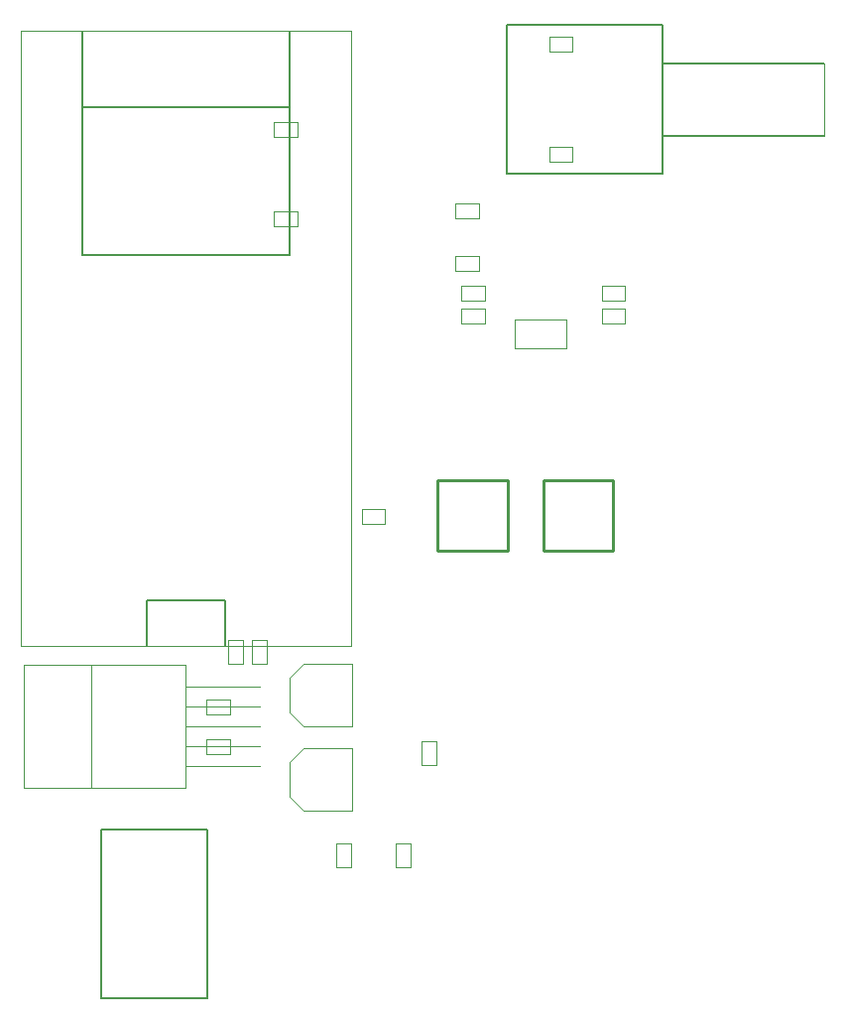
<source format=gbr>
%TF.GenerationSoftware,Altium Limited,Altium Designer,25.2.1 (25)*%
G04 Layer_Color=16711833*
%FSLAX43Y43*%
%MOMM*%
%TF.SameCoordinates,B664DB7D-B6DB-4AC9-9DB7-209C64ECDA10*%
%TF.FilePolarity,Positive*%
%TF.FileFunction,Other,Mechanical_13*%
%TF.Part,Single*%
G01*
G75*
%TA.AperFunction,NonConductor*%
%ADD30C,0.200*%
%ADD31C,0.254*%
%ADD54C,0.100*%
%ADD55C,0.127*%
D30*
X9300Y-4700D02*
X18300D01*
Y9700D01*
X9300D02*
X18300D01*
X9300Y-4700D02*
Y9700D01*
D31*
X47005Y33505D02*
X52995D01*
X47005D02*
Y39495D01*
X52995D01*
Y33505D02*
Y39495D01*
X43995Y33505D02*
Y39495D01*
X38005D02*
X43995D01*
X38005Y33505D02*
Y39495D01*
Y33505D02*
X43995D01*
D54*
X25350Y12500D02*
X26500Y11350D01*
X25350Y12500D02*
Y15500D01*
X26500Y16650D01*
X30650D01*
Y11350D02*
Y16650D01*
X26500Y11350D02*
X30650D01*
X25350Y12500D02*
X26500Y11350D01*
X25350Y19700D02*
X26500Y18550D01*
X25350Y19700D02*
Y22700D01*
X26500Y23850D01*
X30650D01*
Y18550D02*
Y23850D01*
X26500Y18550D02*
X30650D01*
X25350Y19700D02*
X26500Y18550D01*
X52000Y52875D02*
X54000D01*
Y54125D01*
X52000D02*
X54000D01*
X52000Y52875D02*
Y54125D01*
Y54875D02*
X54000D01*
Y56125D01*
X52000D02*
X54000D01*
X52000Y54875D02*
Y56125D01*
X2400Y25405D02*
Y77855D01*
Y25405D02*
X30600D01*
Y77855D01*
X2400D02*
X30600D01*
X48950Y50800D02*
Y53200D01*
X44550Y50800D02*
X48950D01*
X44550D02*
Y53200D01*
X48950D01*
X26000Y61215D02*
Y62465D01*
X24000Y61215D02*
X26000D01*
X24000D02*
Y62465D01*
X26000D01*
X31500Y37065D02*
X33500D01*
X31500Y35815D02*
Y37065D01*
Y35815D02*
X33500D01*
Y37065D01*
X36595Y15250D02*
Y17250D01*
Y15250D02*
X37845D01*
Y17250D01*
X36595D02*
X37845D01*
X26000Y68835D02*
Y70085D01*
X24000Y68835D02*
X26000D01*
X24000D02*
Y70085D01*
X26000D01*
X40000Y54875D02*
X42000D01*
Y56125D01*
X40000D02*
X42000D01*
X40000Y54875D02*
Y56125D01*
Y52875D02*
X42000D01*
Y54125D01*
X40000D02*
X42000D01*
X40000Y52875D02*
Y54125D01*
X71015Y68915D02*
Y75085D01*
X47500Y66675D02*
Y67925D01*
X49500D01*
Y66675D02*
Y67925D01*
X47500Y66675D02*
X49500D01*
X34455Y6500D02*
X35705D01*
X34455D02*
Y8500D01*
X35705D01*
Y6500D02*
Y8500D01*
X29375Y6500D02*
X30625D01*
X29375D02*
Y8500D01*
X30625D01*
Y6500D02*
Y8500D01*
X47500Y76075D02*
Y77325D01*
X49500D01*
Y76075D02*
Y77325D01*
X47500Y76075D02*
X49500D01*
X41500Y57375D02*
Y58625D01*
X39500Y57375D02*
X41500D01*
X39500D02*
Y58625D01*
X41500D01*
Y61875D02*
Y63125D01*
X39500Y61875D02*
X41500D01*
X39500D02*
Y63125D01*
X41500D01*
X16438Y13250D02*
Y23750D01*
X8438Y13250D02*
X16438D01*
X8438Y23750D02*
X16438D01*
X8438Y13250D02*
Y23750D01*
X2688Y13250D02*
Y23750D01*
X2688D02*
X8438D01*
X2688Y13250D02*
X8438D01*
X16438Y18500D02*
X22812D01*
X16438Y16800D02*
X22812D01*
X16438Y15100D02*
X22812D01*
X16438Y20200D02*
X22812D01*
X16438Y21900D02*
X22812D01*
X20125Y25892D02*
X21375D01*
Y23892D02*
Y25892D01*
X20125Y23892D02*
X21375D01*
X20125D02*
Y25892D01*
X18250Y19575D02*
X20250D01*
Y20825D01*
X18250D02*
X20250D01*
X18250Y19575D02*
Y20825D01*
Y16175D02*
X20250D01*
Y17425D01*
X18250D02*
X20250D01*
X18250Y16175D02*
Y17425D01*
X22125Y23881D02*
X23375D01*
X22125D02*
Y25881D01*
X23375D01*
Y23881D02*
Y25881D01*
D55*
X25345Y71365D02*
Y77855D01*
Y58735D02*
Y71365D01*
X7655Y58735D02*
X25345D01*
X7655D02*
Y71365D01*
Y77855D01*
Y71365D02*
X25345D01*
X13144Y25405D02*
Y29295D01*
X19856Y25405D02*
Y29295D01*
X13144D02*
X19855D01*
X57200Y68915D02*
X71015D01*
X57200Y75085D02*
X71015D01*
X43865Y78350D02*
X57200D01*
Y75085D02*
Y78350D01*
Y68915D02*
Y75085D01*
Y65650D02*
Y68915D01*
X43865Y65650D02*
X57200D01*
X43865D02*
Y78350D01*
%TF.MD5,585ce3bbd1a68e6a7597fce135b67556*%
M02*

</source>
